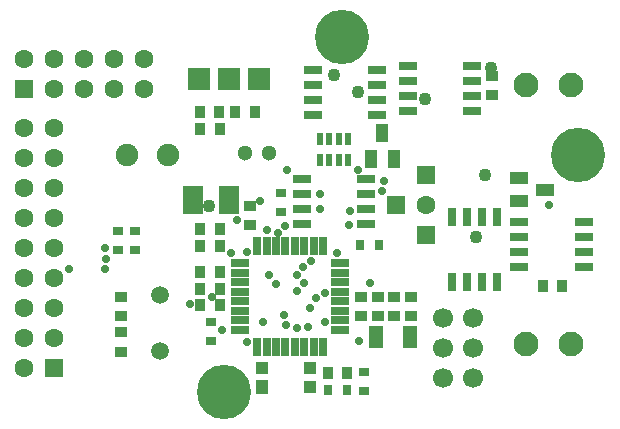
<source format=gts>
G04*
G04 #@! TF.GenerationSoftware,Altium Limited,Altium Designer,20.0.12 (288)*
G04*
G04 Layer_Color=8388736*
%FSLAX44Y44*%
%MOMM*%
G71*
G01*
G75*
%ADD31R,0.9500X0.8000*%
%ADD32R,0.7000X1.5500*%
%ADD33R,0.9000X1.0500*%
%ADD34R,1.1032X1.2032*%
%ADD35R,1.0000X1.1000*%
%ADD36R,0.8000X0.9500*%
%ADD37R,1.5000X1.1000*%
%ADD38R,1.5500X0.7000*%
%ADD39R,1.1000X1.5000*%
%ADD40R,1.0500X0.9000*%
%ADD41R,0.5000X1.0000*%
%ADD42R,1.3000X1.8400*%
%ADD43R,1.6000X0.6500*%
%ADD44R,0.6500X1.6000*%
%ADD45R,1.7000X2.3500*%
%ADD46C,1.1000*%
%ADD47C,4.6000*%
%ADD48R,1.6000X1.5500*%
%ADD49C,1.6000*%
%ADD50C,1.7000*%
%ADD51R,1.6000X1.6000*%
%ADD52R,1.6000X1.6000*%
%ADD53C,2.1000*%
%ADD54C,1.5000*%
%ADD55C,1.9000*%
%ADD56C,1.3000*%
%ADD57R,1.9000X1.9000*%
%ADD58C,0.7000*%
D31*
X114250Y146250D02*
D03*
Y129750D02*
D03*
X100250Y146250D02*
D03*
Y129750D02*
D03*
X308250Y27000D02*
D03*
Y10500D02*
D03*
X238000Y161750D02*
D03*
Y178250D02*
D03*
X179000Y52750D02*
D03*
Y69250D02*
D03*
D32*
X383200Y103015D02*
D03*
X395900D02*
D03*
X408600D02*
D03*
X421300D02*
D03*
X383200Y157515D02*
D03*
X395900D02*
D03*
X408600D02*
D03*
X421300D02*
D03*
D33*
X459750Y99000D02*
D03*
X476250D02*
D03*
X278000Y25750D02*
D03*
X294500D02*
D03*
X186250Y111000D02*
D03*
X169750D02*
D03*
X186250Y97000D02*
D03*
X169750D02*
D03*
X186250Y83000D02*
D03*
X169750D02*
D03*
X186250Y133000D02*
D03*
X169750D02*
D03*
X186250Y148000D02*
D03*
X169750D02*
D03*
X216000Y247000D02*
D03*
X199500D02*
D03*
X169500D02*
D03*
X186000D02*
D03*
X169750Y232000D02*
D03*
X186250D02*
D03*
D34*
X221750Y13750D02*
D03*
D35*
X262750D02*
D03*
X221750Y29750D02*
D03*
X262750D02*
D03*
D36*
X278000Y11750D02*
D03*
X294500D02*
D03*
X304750Y134000D02*
D03*
X321250D02*
D03*
D37*
X440000Y190500D02*
D03*
Y171500D02*
D03*
X462000Y181000D02*
D03*
D38*
X440000Y154000D02*
D03*
Y141300D02*
D03*
Y128600D02*
D03*
Y115900D02*
D03*
X494500Y154000D02*
D03*
Y141300D02*
D03*
Y128600D02*
D03*
Y115900D02*
D03*
X345750Y286050D02*
D03*
Y273350D02*
D03*
Y260650D02*
D03*
Y247950D02*
D03*
X400250Y286050D02*
D03*
Y273350D02*
D03*
Y260650D02*
D03*
Y247950D02*
D03*
X319750Y243950D02*
D03*
Y256650D02*
D03*
Y269350D02*
D03*
Y282050D02*
D03*
X265250Y243950D02*
D03*
Y256650D02*
D03*
Y269350D02*
D03*
Y282050D02*
D03*
X310250Y151950D02*
D03*
Y164650D02*
D03*
Y177350D02*
D03*
Y190050D02*
D03*
X255750Y151950D02*
D03*
Y164650D02*
D03*
Y177350D02*
D03*
Y190050D02*
D03*
D39*
X314500Y207000D02*
D03*
X333500D02*
D03*
X324000Y229000D02*
D03*
D40*
X417000Y260750D02*
D03*
Y277250D02*
D03*
X212000Y167250D02*
D03*
Y150750D02*
D03*
X103000Y73750D02*
D03*
Y90250D02*
D03*
Y43750D02*
D03*
Y60250D02*
D03*
X348000Y73750D02*
D03*
Y90250D02*
D03*
X320000Y73750D02*
D03*
Y90250D02*
D03*
X334000Y73750D02*
D03*
Y90250D02*
D03*
X306000Y73750D02*
D03*
Y90250D02*
D03*
D41*
X295000Y224000D02*
D03*
X287000D02*
D03*
X279000D02*
D03*
X271000D02*
D03*
X295000Y206000D02*
D03*
X287000D02*
D03*
X279000D02*
D03*
X271000D02*
D03*
D42*
X318700Y56000D02*
D03*
X347300D02*
D03*
D43*
X203500Y118500D02*
D03*
Y110500D02*
D03*
Y102500D02*
D03*
Y94500D02*
D03*
Y86500D02*
D03*
Y78500D02*
D03*
Y70500D02*
D03*
Y62500D02*
D03*
X288500D02*
D03*
Y70500D02*
D03*
Y78500D02*
D03*
Y86500D02*
D03*
Y94500D02*
D03*
Y102500D02*
D03*
Y110500D02*
D03*
Y118500D02*
D03*
D44*
X218000Y48000D02*
D03*
X226000D02*
D03*
X234000D02*
D03*
X242000D02*
D03*
X250000D02*
D03*
X258000D02*
D03*
X266000D02*
D03*
X274000D02*
D03*
Y133000D02*
D03*
X266000D02*
D03*
X258000D02*
D03*
X250000D02*
D03*
X242000D02*
D03*
X234000D02*
D03*
X226000D02*
D03*
X218000D02*
D03*
D45*
X163750Y172000D02*
D03*
X194250D02*
D03*
D46*
X416000Y284000D02*
D03*
X283000Y278000D02*
D03*
X411000Y193000D02*
D03*
X302999Y264000D02*
D03*
X403000Y141000D02*
D03*
X177316Y167429D02*
D03*
X359750Y257350D02*
D03*
D47*
X190000Y10000D02*
D03*
X290000Y310000D02*
D03*
X490000Y210000D02*
D03*
D48*
X46400Y29800D02*
D03*
D49*
X21000Y233000D02*
D03*
X46400D02*
D03*
X21000Y207600D02*
D03*
X46400D02*
D03*
X21000Y182200D02*
D03*
X46400D02*
D03*
X21000Y156800D02*
D03*
X46400D02*
D03*
X21000Y131400D02*
D03*
X46400D02*
D03*
X21000Y106000D02*
D03*
X46400D02*
D03*
X21000Y80600D02*
D03*
X46400D02*
D03*
X21000Y55200D02*
D03*
X46400D02*
D03*
X21000Y29800D02*
D03*
X361000Y168400D02*
D03*
D03*
D03*
X122400Y291400D02*
D03*
X97000D02*
D03*
X71600D02*
D03*
X46200D02*
D03*
X20800D02*
D03*
X122400Y266000D02*
D03*
X97000D02*
D03*
X71600D02*
D03*
X46200D02*
D03*
D50*
X375300Y72400D02*
D03*
Y47000D02*
D03*
Y21600D02*
D03*
X400700D02*
D03*
Y47000D02*
D03*
Y72400D02*
D03*
D51*
X361000Y193800D02*
D03*
Y143000D02*
D03*
D52*
X335600Y168400D02*
D03*
X20800Y266000D02*
D03*
D53*
X484100Y50000D02*
D03*
X446000D02*
D03*
Y270000D02*
D03*
X484100D02*
D03*
D54*
X136000Y44500D02*
D03*
Y92000D02*
D03*
D55*
X107500Y210000D02*
D03*
X142500D02*
D03*
D56*
X208000Y212000D02*
D03*
X228000D02*
D03*
D57*
X169000Y275000D02*
D03*
X194400D02*
D03*
X219800D02*
D03*
D58*
X323766Y179509D02*
D03*
X325794Y188560D02*
D03*
X243627Y198000D02*
D03*
X313389Y101750D02*
D03*
X465250Y168000D02*
D03*
X262999Y81000D02*
D03*
X88878Y114000D02*
D03*
X59000Y114000D02*
D03*
X235419Y144503D02*
D03*
X226290Y147000D02*
D03*
X241999Y150000D02*
D03*
X220000Y171000D02*
D03*
X303040Y198000D02*
D03*
X89886Y122574D02*
D03*
X89000Y132000D02*
D03*
X234000Y101000D02*
D03*
X296500Y162500D02*
D03*
X295832Y151168D02*
D03*
X257958Y102080D02*
D03*
X268000Y89000D02*
D03*
X251805Y108580D02*
D03*
X256842Y115620D02*
D03*
X252012Y95255D02*
D03*
X240762Y75004D02*
D03*
X286000Y127000D02*
D03*
X179750Y90500D02*
D03*
X188000Y62000D02*
D03*
X209260Y128256D02*
D03*
X196010Y127006D02*
D03*
X228371Y108362D02*
D03*
X222761Y68753D02*
D03*
X242512Y66003D02*
D03*
X209000Y51750D02*
D03*
X201000Y155000D02*
D03*
X275149Y69268D02*
D03*
X264000Y120700D02*
D03*
X275460Y93888D02*
D03*
X252000Y64000D02*
D03*
X261000Y65000D02*
D03*
X161000Y84000D02*
D03*
X304000Y53000D02*
D03*
X271000Y165000D02*
D03*
Y177000D02*
D03*
M02*

</source>
